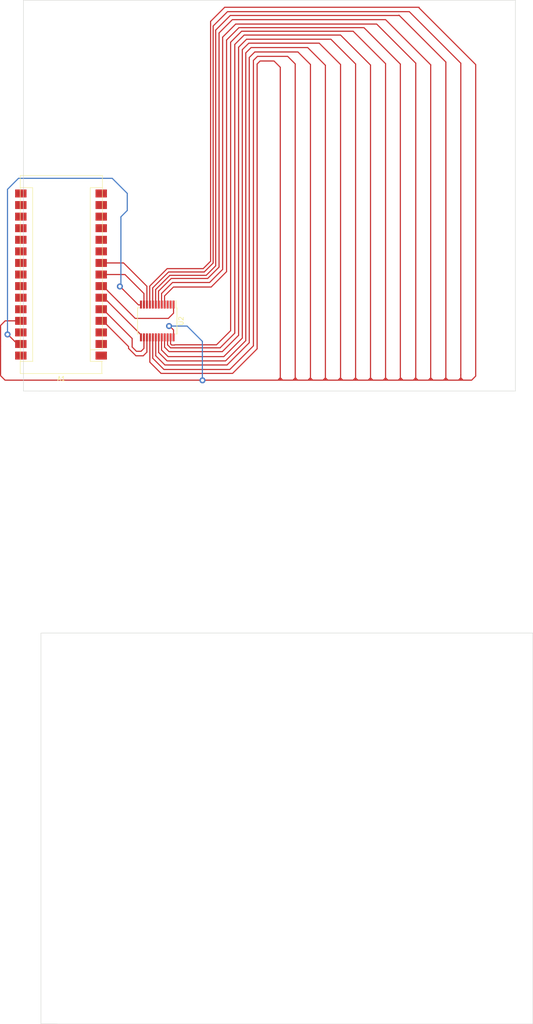
<source format=kicad_pcb>
(kicad_pcb (version 20211014) (generator pcbnew)
  (layers (0 "F.Cu" signal) (31 "B.Cu" signal) (34 "B.Paste" user) (35 "F.Paste" user) (36 "B.SilkS" user "B.Silkscreen") (37 "F.SilkS" user "F.Silkscreen") (38 "B.Mask" user) (39 "F.Mask" user) (44 "Edge.Cuts" user))
  (net 0 "")
  (net 4 "GND")
  (net 5 "Net-(A1-Pad7)")
  (net 18 "Net-(A1-Pad27)")
  (footprint "Module:Arduino_Nano" (layer "F.Cu") (at 99.265971 116.275742 180)
    (fp_text reference "A1" (at 7.62 -5.08) (layer "F.SilkS"))
    (fp_text value "Arduino_Nano_v3.x")
    (fp_line (start 1.27 1.27) (end 1.27 -1.27) (layer "F.SilkS") (width 0.12))
    (fp_line (start 16.64 -3.94) (end -1.4 -3.94) (layer "F.SilkS") (width 0.12))
    (fp_line (start 1.27 1.27) (end -1.4 1.27) (layer "F.SilkS") (width 0.12))
    (fp_line (start 16.64 39.5) (end 16.64 -3.94) (layer "F.SilkS") (width 0.12))
    (fp_line (start -1.27 -3.875) (end -1.27 -1.205) (layer "F.SilkS") (width 0.12))
    (fp_line (start -1.4 1.27) (end -1.4 39.5) (layer "F.SilkS") (width 0.12))
    (fp_line (start 13.84 -1.27) (end 16.51 -1.27) (layer "F.SilkS") (width 0.12))
    (fp_line (start -1.4 39.5) (end 16.64 39.5) (layer "F.SilkS") (width 0.12))
    (fp_line (start 13.905 36.83) (end 16.575 36.83) (layer "F.SilkS") (width 0.12))
    (fp_line (start 1.27 1.27) (end 1.27 36.83) (layer "F.SilkS") (width 0.12))
    (fp_line (start 1.27 36.83) (end -1.4 36.83) (layer "F.SilkS") (width 0.12))
    (fp_line (start 13.905 -1.27) (end 13.905 36.83) (layer "F.SilkS") (width 0.12))
    (fp_line (start 1.27 -1.27) (end -1.4 -1.27) (layer "F.SilkS") (width 0.12))
    (pad "1" smd rect (at -1.14 0 180) (size 2.5 1.75) (layers "F.Cu" "F.Paste" "F.Mask"))
    (pad "2" smd rect (at -1.14 2.54 180) (size 2.5 1.75) (layers "F.Cu" "F.Paste" "F.Mask"))
    (pad "3" smd rect (at -1.14 5.08 180) (size 2.5 1.75) (layers "F.Cu" "F.Paste" "F.Mask"))
    (pad "4" smd rect (at -1.14 7.62 180) (size 2.5 1.75) (layers "F.Cu" "F.Paste" "F.Mask") (net 4 "GND"))
    (pad "5" smd rect (at -1.14 10.16 180) (size 2.5 1.75) (layers "F.Cu" "F.Paste" "F.Mask"))
    (pad "6" smd rect (at -1.14 12.7 180) (size 2.5 1.75) (layers "F.Cu" "F.Paste" "F.Mask"))
    (pad "7" smd rect (at -1.14 15.24 180) (size 2.5 1.75) (layers "F.Cu" "F.Paste" "F.Mask") (net 5 "Net-(A1-Pad7)"))
    (pad "8" smd rect (at -1.14 17.78 180) (size 2.5 1.75) (layers "F.Cu" "F.Paste" "F.Mask"))
    (pad "9" smd rect (at -1.14 20.32 180) (size 2.5 1.75) (layers "F.Cu" "F.Paste" "F.Mask"))
    (pad "10" smd rect (at -1.14 22.86 180) (size 2.5 1.75) (layers "F.Cu" "F.Paste" "F.Mask"))
    (pad "11" smd rect (at -1.14 25.4 180) (size 2.5 1.75) (layers "F.Cu" "F.Paste" "F.Mask"))
    (pad "12" smd rect (at -1.14 27.94 180) (size 2.5 1.75) (layers "F.Cu" "F.Paste" "F.Mask"))
    (pad "13" smd rect (at -1.14 30.48 180) (size 2.5 1.75) (layers "F.Cu" "F.Paste" "F.Mask"))
    (pad "14" smd rect (at -1.14 33.02 180) (size 2.5 1.75) (layers "F.Cu" "F.Paste" "F.Mask"))
    (pad "15" smd rect (at -1.14 35.56 180) (size 2.5 1.75) (layers "F.Cu" "F.Paste" "F.Mask"))
    (pad "16" smd rect (at 16.51 35.56 180) (size 2.5 1.75) (layers "F.Cu" "F.Paste" "F.Mask"))
    (pad "17" smd rect (at 16.51 33.02 180) (size 2.5 1.75) (layers "F.Cu" "F.Paste" "F.Mask"))
    (pad "18" smd rect (at 16.51 30.48 180) (size 2.5 1.75) (layers "F.Cu" "F.Paste" "F.Mask"))
    (pad "19" smd rect (at 16.51 27.94 180) (size 2.5 1.75) (layers "F.Cu" "F.Paste" "F.Mask"))
    (pad "20" smd rect (at 16.51 25.4 180) (size 2.5 1.75) (layers "F.Cu" "F.Paste" "F.Mask"))
    (pad "21" smd rect (at 16.51 22.86 180) (size 2.5 1.75) (layers "F.Cu" "F.Paste" "F.Mask"))
    (pad "22" smd rect (at 16.51 20.32 180) (size 2.5 1.75) (layers "F.Cu" "F.Paste" "F.Mask"))
    (pad "23" smd rect (at 16.51 17.78 180) (size 2.5 1.75) (layers "F.Cu" "F.Paste" "F.Mask"))
    (pad "24" smd rect (at 16.51 15.24 180) (size 2.5 1.75) (layers "F.Cu" "F.Paste" "F.Mask"))
    (pad "25" smd rect (at 16.51 12.7 180) (size 2.5 1.75) (layers "F.Cu" "F.Paste" "F.Mask"))
    (pad "26" smd rect (at 16.51 10.16 180) (size 2.5 1.75) (layers "F.Cu" "F.Paste" "F.Mask"))
    (pad "27" smd rect (at 16.51 7.62 180) (size 2.5 1.75) (layers "F.Cu" "F.Paste" "F.Mask") (net 18 "Net-(A1-Pad27)"))
    (pad "28" smd rect (at 16.51 5.08 180) (size 2.5 1.75) (layers "F.Cu" "F.Paste" "F.Mask"))
    (pad "29" smd rect (at 16.51 2.54 180) (size 2.5 1.75) (layers "F.Cu" "F.Paste" "F.Mask") (net 4 "GND"))
    (pad "30" smd rect (at 16.51 0 180) (size 2.5 1.75) (layers "F.Cu" "F.Paste" "F.Mask"))
  )
  (footprint "Package_SO:SSOP-24_5.3x8.2mm_P0.65mm" (layer "F.Cu") (at 112.702571 108.681142 -90)
    (fp_text reference "U2" (at 0 -5.25 90) (layer "F.SilkS"))
    (fp_text value "CD74HC4067SM")
    (fp_line (start -2.875 4.325) (end 2.875 4.325) (layer "F.SilkS") (width 0.15))
    (fp_line (start 2.875 -4.325) (end 2.875 -4.025) (layer "F.SilkS") (width 0.15))
    (fp_line (start -2.875 4.325) (end -2.875 4.025) (layer "F.SilkS") (width 0.15))
    (fp_line (start 2.875 4.325) (end 2.875 4.025) (layer "F.SilkS") (width 0.15))
    (fp_line (start -2.875 -4.1) (end -4.475 -4.1) (layer "F.SilkS") (width 0.15))
    (fp_line (start -2.875 -4.325) (end 2.875 -4.325) (layer "F.SilkS") (width 0.15))
    (fp_line (start -2.875 -4.325) (end -2.875 -4.1) (layer "F.SilkS") (width 0.15))
    (pad "1" smd rect (at -3.6 -3.575 270) (size 1.75 0.45) (layers "F.Cu" "F.Paste" "F.Mask") (net 5 "Net-(A1-Pad7)"))
    (pad "2" smd rect (at -3.6 -2.925 270) (size 1.75 0.45) (layers "F.Cu" "F.Paste" "F.Mask"))
    (pad "3" smd rect (at -3.6 -2.275 270) (size 1.75 0.45) (layers "F.Cu" "F.Paste" "F.Mask"))
    (pad "4" smd rect (at -3.6 -1.625 270) (size 1.75 0.45) (layers "F.Cu" "F.Paste" "F.Mask"))
    (pad "5" smd rect (at -3.6 -0.975 270) (size 1.75 0.45) (layers "F.Cu" "F.Paste" "F.Mask"))
    (pad "6" smd rect (at -3.6 -0.325 270) (size 1.75 0.45) (layers "F.Cu" "F.Paste" "F.Mask"))
    (pad "7" smd rect (at -3.6 0.325 270) (size 1.75 0.45) (layers "F.Cu" "F.Paste" "F.Mask"))
    (pad "8" smd rect (at -3.6 0.975 270) (size 1.75 0.45) (layers "F.Cu" "F.Paste" "F.Mask"))
    (pad "9" smd rect (at -3.6 1.625 270) (size 1.75 0.45) (layers "F.Cu" "F.Paste" "F.Mask"))
    (pad "10" smd rect (at -3.6 2.275 270) (size 1.75 0.45) (layers "F.Cu" "F.Paste" "F.Mask"))
    (pad "11" smd rect (at -3.6 2.925 270) (size 1.75 0.45) (layers "F.Cu" "F.Paste" "F.Mask"))
    (pad "12" smd rect (at -3.6 3.575 270) (size 1.75 0.45) (layers "F.Cu" "F.Paste" "F.Mask") (net 4 "GND"))
    (pad "13" smd rect (at 3.6 3.575 270) (size 1.75 0.45) (layers "F.Cu" "F.Paste" "F.Mask"))
    (pad "14" smd rect (at 3.6 2.925 270) (size 1.75 0.45) (layers "F.Cu" "F.Paste" "F.Mask"))
    (pad "15" smd rect (at 3.6 2.275 270) (size 1.75 0.45) (layers "F.Cu" "F.Paste" "F.Mask") (net 4 "GND"))
    (pad "16" smd rect (at 3.6 1.625 270) (size 1.75 0.45) (layers "F.Cu" "F.Paste" "F.Mask"))
    (pad "17" smd rect (at 3.6 0.975 270) (size 1.75 0.45) (layers "F.Cu" "F.Paste" "F.Mask"))
    (pad "18" smd rect (at 3.6 0.325 270) (size 1.75 0.45) (layers "F.Cu" "F.Paste" "F.Mask"))
    (pad "19" smd rect (at 3.6 -0.325 270) (size 1.75 0.45) (layers "F.Cu" "F.Paste" "F.Mask"))
    (pad "20" smd rect (at 3.6 -0.975 270) (size 1.75 0.45) (layers "F.Cu" "F.Paste" "F.Mask"))
    (pad "21" smd rect (at 3.6 -1.625 270) (size 1.75 0.45) (layers "F.Cu" "F.Paste" "F.Mask"))
    (pad "22" smd rect (at 3.6 -2.275 270) (size 1.75 0.45) (layers "F.Cu" "F.Paste" "F.Mask"))
    (pad "23" smd rect (at 3.6 -2.925 270) (size 1.75 0.45) (layers "F.Cu" "F.Paste" "F.Mask"))
    (pad "24" smd rect (at 3.6 -3.575 270) (size 1.75 0.45) (layers "F.Cu" "F.Paste" "F.Mask") (net 18 "Net-(A1-Pad27)"))
  )
  (gr_circle (center 115.293371 109.798742) (end 115.861332 109.798742) (layer "F.Cu") (width 0.2) (fill solid))
  (gr_circle (center 104.498371 101.111942) (end 105.066332 101.111942) (layer "F.Cu") (width 0.2) (fill solid))
  (gr_circle (center 79.834971 111.643781) (end 80.402932 111.643781) (layer "F.Cu") (width 0.2) (fill solid))
  (gr_circle (center 122.6312 121.707639) (end 123.199161 121.707639) (layer "F.Cu") (width 0.2) (fill solid))
  (gr_circle (center 122.6312 121.707639) (end 123.199161 121.707639) (layer "B.Cu") (width 0.2) (fill solid))
  (gr_circle (center 79.8322 111.633) (end 80.400161 111.633) (layer "B.Cu") (width 0.2) (fill solid))
  (gr_circle (center 115.2906 109.8042) (end 115.858561 109.8042) (layer "B.Cu") (width 0.2) (fill solid))
  (gr_circle (center 104.4956 101.1174) (end 105.063561 101.1174) (layer "B.Cu") (width 0.2) (fill solid))
  (gr_line (start 90.7542 262.89) (end 195.1482 262.89) (layer "Edge.Cuts") (width 0.1))
  (gr_line (start 90.7542 262.8646) (end 87.1728 262.8646) (layer "Edge.Cuts") (width 0.1))
  (gr_line (start 191.3128 38.7096) (end 191.3128 38.3286) (layer "Edge.Cuts") (width 0.1))
  (gr_line (start 86.9188 124.0536) (end 191.3128 124.0536) (layer "Edge.Cuts") (width 0.1))
  (gr_line (start 86.9188 124.0536) (end 83.3374 124.0536) (layer "Edge.Cuts") (width 0.1))
  (gr_line (start 191.3128 124.0536) (end 191.3128 38.7096) (layer "Edge.Cuts") (width 0.1))
  (gr_line (start 195.1482 177.5206) (end 195.1482 177.1396) (layer "Edge.Cuts") (width 0.1))
  (gr_line (start 87.1728 262.8646) (end 87.1728 177.1396) (layer "Edge.Cuts") (width 0.1))
  (gr_line (start 195.1482 262.8646) (end 195.1482 177.5206) (layer "Edge.Cuts") (width 0.1))
  (gr_line (start 83.3374 124.0536) (end 83.3374 38.3286) (layer "Edge.Cuts") (width 0.1))
  (gr_line (start 195.1482 177.1396) (end 87.1728 177.1396) (layer "Edge.Cuts") (width 0.1))
  (gr_line (start 191.3128 38.3286) (end 83.3374 38.3286) (layer "Edge.Cuts") (width 0.1))
  (segment (start 100.780971 106.115742) (end 100.405971 106.115742) (width 0.25) (layer "F.Cu") (net 0))
  (segment (start 100.405971 83.255742) (end 101.551971 83.255742) (width 0.25) (layer "F.Cu") (net 0))
  (segment (start 109.130671 112.356742) (end 109.130671 111.706742) (width 0.25) (layer "F.Cu") (net 0))
  (segment (start 109.781571 113.482642) (end 109.781571 114.700942) (width 0.25) (layer "F.Cu") (net 0))
  (segment (start 107.190771 112.525542) (end 100.780971 106.115742) (width 0.25) (layer "F.Cu") (net 0))
  (segment (start 105.615971 98.495742) (end 109.780671 102.660442) (width 0.25) (layer "F.Cu") (net 0))
  (segment (start 109.781571 114.700942) (end 109.146571 115.335942) (width 0.25) (layer "F.Cu") (net 0))
  (segment (start 100.999671 103.575742) (end 100.405971 103.575742) (width 0.25) (layer "F.Cu") (net 0))
  (segment (start 110.430671 101.075242) (end 110.430671 105.156742) (width 0.25) (layer "F.Cu") (net 0))
  (segment (start 107.190771 114.396142) (end 107.190771 112.525542) (width 0.25) (layer "F.Cu") (net 0))
  (segment (start 109.780671 113.481742) (end 109.781571 113.482642) (width 0.25) (layer "F.Cu") (net 0))
  (segment (start 108.130571 115.335942) (end 107.190771 114.396142) (width 0.25) (layer "F.Cu") (net 0))
  (segment (start 109.780671 112.356742) (end 109.780671 113.481742) (width 0.25) (layer "F.Cu") (net 0))
  (segment (start 109.780671 102.660442) (end 109.780671 105.156742) (width 0.25) (layer "F.Cu") (net 0))
  (segment (start 100.405971 95.955742) (end 105.311171 95.955742) (width 0.25) (layer "F.Cu") (net 0))
  (segment (start 100.405971 98.495742) (end 105.615971 98.495742) (width 0.25) (layer "F.Cu") (net 0))
  (segment (start 109.130671 111.706742) (end 100.999671 103.575742) (width 0.25) (layer "F.Cu") (net 0))
  (segment (start 105.311171 95.955742) (end 110.430671 101.075242) (width 0.25) (layer "F.Cu") (net 0))
  (segment (start 109.146571 115.335942) (end 108.130571 115.335942) (width 0.25) (layer "F.Cu") (net 0))
  (via (at 115.293371 109.798742) (size 0.71) (drill 0.7) (layers "F.Cu" "B.Cu") (net 0))
  (via (at 79.834971 111.643781) (size 0.71) (drill 0.7) (layers "F.Cu" "B.Cu") (net 0))
  (via (at 104.498371 101.111942) (size 0.71) (drill 0.7) (layers "F.Cu" "B.Cu") (net 0))
  (via (at 122.6312 121.707639) (size 0.71) (drill 0.7) (layers "F.Cu" "B.Cu") (net 0))
  (segment (start 108.568571 105.156742) (end 104.498371 101.086542) (width 0.25) (layer "F.Cu") (net 4))
  (segment (start 109.629171 116.326542) (end 108.028971 116.326542) (width 0.25) (layer "F.Cu") (net 4))
  (segment (start 109.130671 105.156742) (end 108.568571 105.156742) (width 0.25) (layer "F.Cu") (net 4))
  (segment (start 100.764571 108.655742) (end 100.405971 108.655742) (width 0.25) (layer "F.Cu") (net 4))
  (segment (start 106.403371 114.294542) (end 100.764571 108.655742) (width 0.25) (layer "F.Cu") (net 4))
  (segment (start 108.028971 116.326542) (end 106.403371 114.700942) (width 0.25) (layer "F.Cu") (net 4))
  (segment (start 106.403371 114.700942) (end 106.403371 114.294542) (width 0.25) (layer "F.Cu") (net 4))
  (segment (start 110.430671 112.356742) (end 110.430671 115.525042) (width 0.25) (layer "F.Cu") (net 4))
  (segment (start 81.993971 113.735742) (end 79.834971 111.576742) (width 0.25) (layer "F.Cu") (net 4))
  (segment (start 82.755971 113.735742) (end 81.993971 113.735742) (width 0.25) (layer "F.Cu") (net 4))
  (segment (start 110.430671 115.525042) (end 109.629171 116.326542) (width 0.25) (layer "F.Cu") (net 4))
  (segment (start 102.8192 77.3938) (end 82.2452 77.3938) (width 0.25) (layer "B.Cu") (net 4))
  (segment (start 104.7242 100.847464) (end 104.7242 85.842839) (width 0.25) (layer "B.Cu") (net 4))
  (segment (start 82.2452 77.3938) (end 79.8322 79.8068) (width 0.25) (layer "B.Cu") (net 4))
  (segment (start 106.1212 84.445839) (end 106.1212 80.6958) (width 0.25) (layer "B.Cu") (net 4))
  (segment (start 79.8322 79.8068) (end 79.8322 111.5568) (width 0.25) (layer "B.Cu") (net 4))
  (segment (start 106.1212 80.6958) (end 102.8192 77.3938) (width 0.25) (layer "B.Cu") (net 4))
  (segment (start 104.7242 85.842839) (end 106.1212 84.445839) (width 0.25) (layer "B.Cu") (net 4))
  (segment (start 101.206971 101.836742) (end 100.405971 101.035742) (width 0.25) (layer "F.Cu") (net 5))
  (segment (start 115.129671 108.121742) (end 107.866971 108.121742) (width 0.25) (layer "F.Cu") (net 5))
  (segment (start 100.780971 101.035742) (end 100.405971 101.035742) (width 0.25) (layer "F.Cu") (net 5))
  (segment (start 107.866971 108.121742) (end 100.780971 101.035742) (width 0.25) (layer "F.Cu") (net 5))
  (segment (start 116.280671 105.156742) (end 116.280671 106.970742) (width 0.25) (layer "F.Cu") (net 5))
  (segment (start 116.280671 106.970742) (end 115.129671 108.121742) (width 0.25) (layer "F.Cu") (net 5))
  (segment (start 143.579 49.676942) (end 134.114771 49.676942) (width 0.25) (layer "F.Cu") (net 18))
  (segment (start 111.052171 101.035142) (end 111.052171 105.081142) (width 0.25) (layer "F.Cu") (net 18))
  (segment (start 139.956771 121.508142) (end 139.448771 121.508142) (width 0.25) (layer "F.Cu") (net 18))
  (segment (start 114.963171 113.913542) (end 114.963171 112.364142) (width 0.25) (layer "F.Cu") (net 18))
  (segment (start 152.908 121.152542) (end 153.289 121.533542) (width 0.25) (layer "F.Cu") (net 18))
  (segment (start 79.2916 121.666) (end 78.310971 120.685371) (width 0.25) (layer "F.Cu") (net 18))
  (segment (start 172.847 121.406542) (end 172.593 121.660542) (width 0.25) (layer "F.Cu") (net 18))
  (segment (start 142.983659 52.29743) (end 141.328371 50.642142) (width 0.25) (layer "F.Cu") (net 18))
  (segment (start 133.809971 114.142142) (end 128.628371 119.323742) (width 0.25) (layer "F.Cu") (net 18))
  (segment (start 129.237971 120.187342) (end 113.540771 120.187342) (width 0.25) (layer "F.Cu") (net 18))
  (segment (start 78.310971 120.685371) (end 78.310971 114.218342) (width 0.25) (layer "F.Cu") (net 18))
  (segment (start 170.174175 39.872542) (end 127.510771 39.872542) (width 0.25) (layer "F.Cu") (net 18))
  (segment (start 112.981971 102.127942) (end 112.981971 105.099742) (width 0.25) (layer "F.Cu") (net 18))
  (segment (start 146.332171 52.430113) (end 143.579 49.676942) (width 0.25) (layer "F.Cu") (net 18))
  (segment (start 122.786371 97.200342) (end 114.886971 97.200342) (width 0.25) (layer "F.Cu") (net 18))
  (segment (start 145.925771 121.533542) (end 146.306771 121.152542) (width 0.25) (layer "F.Cu") (net 18))
  (segment (start 125.707371 113.913542) (end 116.563371 113.913542) (width 0.25) (layer "F.Cu") (net 18))
  (segment (start 156.218229 121.666) (end 156.238171 121.646058) (width 0.25) (layer "F.Cu") (net 18))
  (segment (start 123.776971 99.359342) (end 115.775971 99.359342) (width 0.25) (layer "F.Cu") (net 18))
  (segment (start 158.066971 44.342942) (end 130.634971 44.342942) (width 0.25) (layer "F.Cu") (net 18))
  (segment (start 172.339 121.533542) (end 172.72 121.152542) (width 0.25) (layer "F.Cu") (net 18))
  (segment (start 153.162 121.533542) (end 152.654 121.533542) (width 0.25) (layer "F.Cu") (net 18))
  (segment (start 149.862771 121.533542) (end 149.354771 121.533542) (width 0.25) (layer "F.Cu") (net 18))
  (segment (start 129.720571 111.348142) (end 126.494771 114.573942) (width 0.25) (layer "F.Cu") (net 18))
  (segment (start 115.775971 99.359342) (end 113.159771 101.975542) (width 0.25) (layer "F.Cu") (net 18))
  (segment (start 162.816771 42.590342) (end 129.187171 42.590342) (width 0.25) (layer "F.Cu") (net 18))
  (segment (start 132.133571 49.880142) (end 132.133571 112.999142) (width 0.25) (layer "F.Cu") (net 18))
  (segment (start 169.442561 121.199732) (end 169.442561 52.137132) (width 0.25) (layer "F.Cu") (net 18))
  (segment (start 116.258571 101.238942) (end 114.302171 103.195342) (width 0.25) (layer "F.Cu") (net 18))
  (segment (start 127.917171 47.060742) (end 127.917171 97.860742) (width 0.25) (layer "F.Cu") (net 18))
  (segment (start 146.306771 121.152542) (end 146.687771 121.533542) (width 0.25) (layer "F.Cu") (net 18))
  (segment (start 166.245771 121.406542) (end 165.991771 121.660542) (width 0.25) (layer "F.Cu") (net 18))
  (segment (start 113.134371 101.975542) (end 112.981971 102.127942) (width 0.25) (layer "F.Cu") (net 18))
  (segment (start 113.007371 115.589942) (end 113.007371 112.364142) (width 0.25) (layer "F.Cu") (net 18))
  (segment (start 168.023771 40.837742) (end 128.120371 40.837742) (width 0.25) (layer "F.Cu") (net 18))
  (segment (start 149.608771 121.152542) (end 149.989771 121.533542) (width 0.25) (layer "F.Cu") (net 18))
  (segment (start 112.352171 101.792542) (end 112.352171 105.081142) (width 0.25) (layer "F.Cu") (net 18))
  (segment (start 139.321771 121.508142) (end 139.702771 121.127142) (width 0.25) (layer "F.Cu") (net 18))
  (segment (start 145.7198 48.711742) (end 133.301971 48.711742) (width 0.25) (layer "F.Cu") (net 18))
  (segment (start 124.970771 43.987342) (end 124.970771 95.981142) (width 0.25) (layer "F.Cu") (net 18))
  (segment (start 162.943771 121.406542) (end 162.689771 121.660542) (width 0.25) (layer "F.Cu") (net 18))
  (segment (start 128.729971 41.675942) (end 125.529571 44.876342) (width 0.25) (layer "F.Cu") (net 18))
  (segment (start 143.004771 121.406542) (end 142.750771 121.660542) (width 0.25) (layer "F.Cu") (net 18))
  (segment (start 166.118771 121.152542) (end 166.499771 121.533542) (width 0.25) (layer "F.Cu") (net 18))
  (segment (start 179.199771 121.533542) (end 179.326771 121.406542) (width 0.25) (layer "F.Cu") (net 18))
  (segment (start 129.923771 43.555542) (end 127.053571 46.425742) (width 0.25) (layer "F.Cu") (net 18))
  (segment (start 113.540771 120.187342) (end 111.076971 117.723542) (width 0.25) (layer "F.Cu") (net 18))
  (segment (start 123.014971 97.936942) (end 115.191771 97.936942) (width 0.25) (layer "F.Cu") (net 18))
  (segment (start 82.755971 108.655742) (end 83.130971 108.655742) (width 0.25) (layer "F.Cu") (net 18))
  (segment (start 114.886971 97.200342) (end 111.052171 101.035142) (width 0.25) (layer "F.Cu") (net 18))
  (segment (start 176.050171 121.216) (end 176.024771 121.216) (width 0.25) (layer "F.Cu") (net 18))
  (segment (start 128.806171 110.814742) (end 125.707371 113.913542) (width 0.25) (layer "F.Cu") (net 18))
  (segment (start 128.120371 40.837742) (end 124.970771 43.987342) (width 0.25) (layer "F.Cu") (net 18))
  (segment (start 115.623571 114.573942) (end 114.963171 113.913542) (width 0.25) (layer "F.Cu") (net 18))
  (segment (start 135.283171 51.658142) (end 134.622771 52.318542) (width 0.25) (layer "F.Cu") (net 18))
  (segment (start 139.702771 121.381142) (end 139.448771 121.635142) (width 0.25) (layer "F.Cu") (net 18))
  (segment (start 179.331059 120.52183) (end 179.331059 52.14503) (width 0.25) (layer "F.Cu") (net 18))
  (segment (start 152.936171 45.968542) (end 131.777971 45.968542) (width 0.25) (layer "F.Cu") (net 18))
  (segment (start 159.133771 121.533542) (end 159.514771 121.152542) (width 0.25) (layer "F.Cu") (net 18))
  (segment (start 146.179771 121.533542) (end 146.306771 121.406542) (width 0.25) (layer "F.Cu") (net 18))
  (segment (start 172.72 121.152542) (end 173.101 121.533542) (width 0.25) (layer "F.Cu") (net 18))
  (segment (start 114.175771 119.323742) (end 111.711971 116.859942) (width 0.25) (layer "F.Cu") (net 18))
  (segment (start 179.326771 121.152542) (end 179.707771 121.533542) (width 0.25) (layer "F.Cu") (net 18))
  (segment (start 166.06233 52.338301) (end 158.066971 44.342942) (width 0.25) (layer "F.Cu") (net 18))
  (segment (start 126.266171 45.511342) (end 126.266171 96.870142) (width 0.25) (layer "F.Cu") (net 18))
  (segment (start 148.2526 47.746542) (end 132.793971 47.746542) (width 0.25) (layer "F.Cu") (net 18))
  (segment (start 162.816771 121.152542) (end 163.197771 121.533542) (width 0.25) (layer "F.Cu") (net 18))
  (segment (start 176.024771 121.152542) (end 176.405771 121.533542) (width 0.25) (layer "F.Cu") (net 18))
  (segment (start 172.593 121.533542) (end 172.72 121.406542) (width 0.25) (layer "F.Cu") (net 18))
  (segment (start 155.704771 45.130342) (end 131.219171 45.130342) (width 0.25) (layer "F.Cu") (net 18))
  (segment (start 170.072575 39.914746) (end 182.603371 52.445542) (width 0.25) (layer "F.Cu") (net 18))
  (segment (start 114.861571 117.444142) (end 113.007371 115.589942) (width 0.25) (layer "F.Cu") (net 18))
  (segment (start 139.575771 121.508142) (end 139.702771 121.381142) (width 0.25) (layer "F.Cu") (net 18))
  (segment (start 79.2916 121.666) (end 156.218229 121.666) (width 0.25) (layer "F.Cu") (net 18))
  (segment (start 139.702771 121.127142) (end 140.083771 121.508142) (width 0.25) (layer "F.Cu") (net 18))
  (segment (start 169.420771 121.216) (end 169.426293 121.216) (width 0.25) (layer "F.Cu") (net 18))
  (segment (start 149.608771 121.482742) (end 149.608771 52.600713) (width 0.25) (layer "F.Cu") (net 18))
  (segment (start 166.116042 121.216042) (end 166.055271 121.216042) (width 0.25) (layer "F.Cu") (net 18))
  (segment (start 159.768771 121.533542) (end 159.260771 121.533542) (width 0.25) (layer "F.Cu") (net 18))
  (segment (start 133.301971 48.711742) (end 132.133571 49.880142) (width 0.25) (layer "F.Cu") (net 18))
  (segment (start 159.514771 121.152542) (end 159.895771 121.533542) (width 0.25) (layer "F.Cu") (net 18))
  (segment (start 176.024771 121.406542) (end 175.770771 121.660542) (width 0.25) (layer "F.Cu") (net 18))
  (segment (start 165.737771 121.533542) (end 166.118771 121.152542) (width 0.25) (layer "F.Cu") (net 18))
  (segment (start 130.634971 44.342942) (end 127.917171 47.060742) (width 0.25) (layer "F.Cu") (net 18))
  (segment (start 132.793971 47.746542) (end 131.371571 49.168942) (width 0.25) (layer "F.Cu") (net 18))
  (segment (start 176.405771 121.533542) (end 175.897771 121.533542) (width 0.25) (layer "F.Cu") (net 18))
  (segment (start 124.411971 42.971342) (end 124.411971 95.574742) (width 0.25) (layer "F.Cu") (net 18))
  (segment (start 127.917171 97.860742) (end 124.538971 101.238942) (width 0.25) (layer "F.Cu") (net 18))
  (segment (start 165.661571 41.675942) (end 128.729971 41.675942) (width 0.25) (layer "F.Cu") (net 18))
  (segment (start 156.593771 121.533542) (end 156.085771 121.533542) (width 0.25) (layer "F.Cu") (net 18))
  (segment (start 127.053571 46.425742) (end 127.053571 97.378142) (width 0.25) (layer "F.Cu") (net 18))
  (segment (start 113.159771 101.975542) (end 113.134371 101.975542) (width 0.25) (layer "F.Cu") (net 18))
  (segment (start 143.004771 121.152542) (end 143.385771 121.533542) (width 0.25) (layer "F.Cu") (net 18))
  (segment (start 156.085771 121.533542) (end 156.212771 121.406542) (width 0.25) (layer "F.Cu") (net 18))
  (segment (start 124.411971 95.574742) (end 122.786371 97.200342) (width 0.25) (layer "F.Cu") (net 18))
  (segment (start 152.781 121.533542) (end 152.908 121.406542) (width 0.25) (layer "F.Cu") (net 18))
  (segment (start 127.510771 39.872542) (end 124.411971 42.971342) (width 0.25) (layer "F.Cu") (net 18))
  (segment (start 126.494771 114.573942) (end 115.623571 114.573942) (width 0.25) (layer "F.Cu") (net 18))
  (segment (start 169.293771 121.533542) (end 169.420771 121.406542) (width 0.25) (layer "F.Cu") (net 18))
  (segment (start 169.442561 52.137132) (end 160.860971 43.555542) (width 0.25) (layer "F.Cu") (net 18))
  (segment (start 129.720571 48.025942) (end 129.720571 111.348142) (width 0.25) (layer "F.Cu") (net 18))
  (segment (start 128.806171 47.543342) (end 128.806171 110.814742) (width 0.25) (layer "F.Cu") (net 18))
  (segment (start 146.306771 121.406542) (end 146.052771 121.660542) (width 0.25) (layer "F.Cu") (net 18))
  (segment (start 142.983659 121.05523) (end 142.983659 52.29743) (width 0.25) (layer "F.Cu") (net 18))
  (segment (start 146.306771 121.203342) (end 146.332171 121.177942) (width 0.25) (layer "F.Cu") (net 18))
  (segment (start 112.372371 116.326542) (end 112.372371 112.364142) (width 0.25) (layer "F.Cu") (net 18))
  (segment (start 125.529571 44.876342) (end 125.529571 96.590742) (width 0.25) (layer "F.Cu") (net 18))
  (segment (start 123.446771 98.673542) (end 115.471171 98.673542) (width 0.25) (layer "F.Cu") (net 18))
  (segment (start 182.603371 52.445542) (end 182.603371 120.720742) (width 0.25) (layer "F.Cu") (net 18))
  (segment (start 181.7116 121.666) (end 182.6006 120.777) (width 0.25) (layer "F.Cu") (net 18))
  (segment (start 131.371571 49.168942) (end 131.371571 112.440342) (width 0.25) (layer "F.Cu") (net 18))
  (segment (start 113.642371 115.056542) (end 113.642371 112.364142) (width 0.25) (layer "F.Cu") (net 18))
  (segment (start 165.758883 41.595454) (end 176.050171 51.886742) (width 0.25) (layer "F.Cu") (net 18))
  (segment (start 169.420813 121.147042) (end 169.357271 121.147042) (width 0.25) (layer "F.Cu") (net 18))
  (segment (start 156.218229 121.666) (end 181.7116 121.666) (width 0.25) (layer "F.Cu") (net 18))
  (segment (start 146.560771 121.533542) (end 146.052771 121.533542) (width 0.25) (layer "F.Cu") (net 18))
  (segment (start 149.227771 121.533542) (end 149.608771 121.152542) (width 0.25) (layer "F.Cu") (net 18))
  (segment (start 115.293371 115.412142) (end 114.302771 114.421542) (width 0.25) (layer "F.Cu") (net 18))
  (segment (start 156.238171 121.646058) (end 156.238171 52.307175) (width 0.25) (layer "F.Cu") (net 18))
  (segment (start 152.908 121.406542) (end 152.654 121.660542) (width 0.25) (layer "F.Cu") (net 18))
  (segment (start 159.387771 121.533542) (end 159.514771 121.406542) (width 0.25) (layer "F.Cu") (net 18))
  (segment (start 134.114771 49.676942) (end 132.895571 50.896142) (width 0.25) (layer "F.Cu") (net 18))
  (segment (start 159.514771 52.547142) (end 152.936171 45.968542) (width 0.25) (layer "F.Cu") (net 18))
  (segment (start 115.191771 97.936942) (end 111.702171 101.426542) (width 0.25) (layer "F.Cu") (net 18))
  (segment (start 134.622771 114.802542) (end 129.237971 120.187342) (width 0.25) (layer "F.Cu") (net 18))
  (segment (start 156.212771 121.152542) (end 156.593771 121.533542) (width 0.25) (layer "F.Cu") (net 18))
  (segment (start 176.050171 51.886742) (end 176.050171 121.216) (width 0.25) (layer "F.Cu") (net 18))
  (segment (start 116.512571 113.964342) (end 115.877571 113.964342) (width 0.25) (layer "F.Cu") (net 18))
  (segment (start 179.580771 121.533542) (end 179.072771 121.533542) (width 0.25) (layer "F.Cu") (net 18))
  (segment (start 175.897771 121.533542) (end 176.024771 121.406542) (width 0.25) (layer "F.Cu") (net 18))
  (segment (start 142.877771 121.533542) (end 143.004771 121.406542) (width 0.25) (layer "F.Cu") (net 18))
  (segment (start 134.622771 52.318542) (end 134.622771 114.802542) (width 0.25) (layer "F.Cu") (net 18))
  (segment (start 115.471171 98.673542) (end 112.352171 101.792542) (width 0.25) (layer "F.Cu") (net 18))
  (segment (start 130.558771 111.830742) (end 126.977371 115.412142) (width 0.25) (layer "F.Cu") (net 18))
  (segment (start 115.623571 113.710342) (end 115.623571 112.338742) (width 0.25) (layer "F.Cu") (net 18))
  (segment (start 150.813938 46.882942) (end 132.311371 46.882942) (width 0.25) (layer "F.Cu") (net 18))
  (segment (start 79.326971 108.655742) (end 78.310971 109.671742) (width 0.25) (layer "F.Cu") (net 18))
  (segment (start 113.652171 102.651542) (end 113.652171 105.081142) (width 0.25) (layer "F.Cu") (net 18))
  (segment (start 159.641771 121.406542) (end 159.387771 121.660542) (width 0.25) (layer "F.Cu") (net 18))
  (segment (start 179.326771 120.526118) (end 179.331059 120.52183) (width 0.25) (layer "F.Cu") (net 18))
  (segment (start 78.310971 109.671742) (end 78.310971 114.218342) (width 0.25) (layer "F.Cu") (net 18))
  (segment (start 116.280671 112.356742) (end 116.280671 110.669742) (width 0.25) (layer "F.Cu") (net 18))
  (segment (start 142.623771 121.533542) (end 143.004771 121.152542) (width 0.25) (layer "F.Cu") (net 18))
  (segment (start 152.527 121.533542) (end 152.908 121.152542) (width 0.25) (layer "F.Cu") (net 18))
  (segment (start 124.970771 95.981142) (end 123.014971 97.936942) (width 0.25) (layer "F.Cu") (net 18))
  (segment (start 141.328371 50.642142) (end 134.698971 50.642142) (width 0.25) (layer "F.Cu") (net 18))
  (segment (start 124.538971 101.238942) (end 116.258571 101.238942) (width 0.25) (layer "F.Cu") (net 18))
  (segment (start 169.674771 121.533542) (end 169.166771 121.533542) (width 0.25) (layer "F.Cu") (net 18))
  (segment (start 152.936171 121.482742) (end 152.936171 52.430113) (width 0.25) (layer "F.Cu") (net 18))
  (segment (start 149.608771 52.600713) (end 145.7198 48.711742) (width 0.25) (layer "F.Cu") (net 18))
  (segment (start 178.945771 121.533542) (end 179.326771 121.152542) (width 0.25) (layer "F.Cu") (net 18))
  (segment (start 134.698971 50.642142) (end 133.809971 51.531142) (width 0.25) (layer "F.Cu") (net 18))
  (segment (start 131.219171 45.130342) (end 128.806171 47.543342) (width 0.25) (layer "F.Cu") (net 18))
  (segment (start 129.187171 42.590342) (end 126.266171 45.511342) (width 0.25) (layer "F.Cu") (net 18))
  (segment (start 82.755971 108.655742) (end 79.326971 108.655742) (width 0.25) (layer "F.Cu") (net 18))
  (segment (start 116.055371 100.248342) (end 113.652171 102.651542) (width 0.25) (layer "F.Cu") (net 18))
  (segment (start 149.481771 121.533542) (end 149.608771 121.406542) (width 0.25) (layer "F.Cu") (net 18))
  (segment (start 169.420771 121.152542) (end 169.801771 121.533542) (width 0.25) (layer "F.Cu") (net 18))
  (segment (start 114.302771 114.421542) (end 114.302771 112.364142) (width 0.25) (layer "F.Cu") (net 18))
  (segment (start 116.563371 113.913542) (end 116.512571 113.964342) (width 0.25) (layer "F.Cu") (net 18))
  (segment (start 165.991771 121.533542) (end 166.118771 121.406542) (width 0.25) (layer "F.Cu") (net 18))
  (segment (start 149.608771 121.406542) (end 149.354771 121.660542) (width 0.25) (layer "F.Cu") (net 18))
  (segment (start 143.258771 121.533542) (end 142.750771 121.533542) (width 0.25) (layer "F.Cu") (net 18))
  (segment (start 156.339771 121.406542) (end 156.085771 121.660542) (width 0.25) (layer "F.Cu") (net 18))
  (segment (start 166.06233 121.121501) (end 166.06233 52.338301) (width 0.25) (layer "F.Cu") (net 18))
  (segment (start 138.331171 51.658142) (end 135.283171 51.658142) (width 0.25) (layer "F.Cu") (net 18))
  (segment (start 132.895571 113.456342) (end 128.018771 118.333142) (width 0.25) (layer "F.Cu") (net 18))
  (segment (start 130.558771 48.635542) (end 130.558771 111.830742) (width 0.25) (layer "F.Cu") (net 18))
  (segment (start 169.426293 121.216) (end 169.442561 121.199732) (width 0.25) (layer "F.Cu") (net 18))
  (segment (start 179.331059 52.14503) (end 168.023771 40.837742) (width 0.25) (layer "F.Cu") (net 18))
  (segment (start 127.688571 117.444142) (end 114.861571 117.444142) (width 0.25) (layer "F.Cu") (net 18))
  (segment (start 169.547771 121.406542) (end 169.293771 121.660542) (width 0.25) (layer "F.Cu") (net 18))
  (segment (start 175.643771 121.533542) (end 176.024771 121.152542) (width 0.25) (layer "F.Cu") (net 18))
  (segment (start 128.018771 118.333142) (end 114.378971 118.333142) (width 0.25) (layer "F.Cu") (net 18))
  (segment (start 124.183371 100.248342) (end 116.055371 100.248342) (width 0.25) (layer "F.Cu") (net 18))
  (segment (start 163.070771 121.533542) (end 162.562771 121.533542) (width 0.25) (layer "F.Cu") (net 18))
  (segment (start 111.076971 117.723542) (end 111.076971 112.364142) (width 0.25) (layer "F.Cu") (net 18))
  (segment (start 172.722771 52.53586) (end 172.74253 52.516101) (width 0.25) (layer "F.Cu") (net 18))
  (segment (start 127.307571 116.504342) (end 115.090171 116.504342) (width 0.25) (layer "F.Cu") (net 18))
  (segment (start 115.090171 116.504342) (end 113.642371 115.056542) (width 0.25) (layer "F.Cu") (net 18))
  (segment (start 115.877571 113.964342) (end 115.623571 113.710342) (width 0.25) (layer "F.Cu") (net 18))
  (segment (start 128.628371 119.323742) (end 114.175771 119.323742) (width 0.25) (layer "F.Cu") (net 18))
  (segment (start 162.816771 121.127142) (end 162.816771 52.242342) (width 0.25) (layer "F.Cu") (net 18))
  (segment (start 139.702771 121.177942) (end 139.707059 121.173654) (width 0.25) (layer "F.Cu") (net 18))
  (segment (start 132.133571 112.999142) (end 127.688571 117.444142) (width 0.25) (layer "F.Cu") (net 18))
  (segment (start 126.266171 96.870142) (end 123.776971 99.359342) (width 0.25) (layer "F.Cu") (net 18))
  (segment (start 111.711971 116.859942) (end 111.711971 112.364142) (width 0.25) (layer "F.Cu") (net 18))
  (segment (start 156.238171 52.307175) (end 150.813938 46.882942) (width 0.25) (layer "F.Cu") (net 18))
  (segment (start 162.435771 121.533542) (end 162.816771 121.152542) (width 0.25) (layer "F.Cu") (net 18))
  (segment (start 166.093371 121.152542) (end 166.06233 121.121501) (width 0.25) (layer "F.Cu") (net 18))
  (segment (start 126.977371 115.412142) (end 115.293371 115.412142) (width 0.25) (layer "F.Cu") (net 18))
  (segment (start 172.722771 121.216) (end 172.722771 52.53586) (width 0.25) (layer "F.Cu") (net 18))
  (segment (start 179.326771 121.406542) (end 179.072771 121.660542) (width 0.25) (layer "F.Cu") (net 18))
  (segment (start 162.689771 121.533542) (end 162.816771 121.406542) (width 0.25) (layer "F.Cu") (net 18))
  (segment (start 116.280671 110.669742) (end 115.383671 109.772742) (width 0.25) (layer "F.Cu") (net 18))
  (segment (start 169.039771 121.533542) (end 169.420771 121.152542) (width 0.25) (layer "F.Cu") (net 18))
  (segment (start 133.809971 51.531142) (end 133.809971 114.142142) (width 0.25) (layer "F.Cu") (net 18))
  (segment (start 114.378971 118.333142) (end 112.372371 116.326542) (width 0.25) (layer "F.Cu") (net 18))
  (segment (start 132.311371 46.882942) (end 130.558771 48.635542) (width 0.25) (layer "F.Cu") (net 18))
  (segment (start 155.831771 121.533542) (end 156.212771 121.152542) (width 0.25) (layer "F.Cu") (net 18))
  (segment (start 166.372771 121.533542) (end 165.864771 121.533542) (width 0.25) (layer "F.Cu") (net 18))
  (segment (start 139.707059 121.173654) (end 139.707059 53.03403) (width 0.25) (layer "F.Cu") (net 18))
  (segment (start 131.777971 45.968542) (end 129.720571 48.025942) (width 0.25) (layer "F.Cu") (net 18))
  (segment (start 111.702171 101.426542) (end 111.702171 105.081142) (width 0.25) (layer "F.Cu") (net 18))
  (segment (start 172.974 121.533542) (end 172.466 121.533542) (width 0.25) (layer "F.Cu") (net 18))
  (segment (start 160.860971 43.555542) (end 129.923771 43.555542) (width 0.25) (layer "F.Cu") (net 18))
  (segment (start 114.302171 103.195342) (end 114.302171 105.081142) (width 0.25) (layer "F.Cu") (net 18))
  (segment (start 131.371571 112.440342) (end 127.307571 116.504342) (width 0.25) (layer "F.Cu") (net 18))
  (segment (start 152.936171 52.430113) (end 148.2526 47.746542) (width 0.25) (layer "F.Cu") (net 18))
  (segment (start 159.514771 121.216) (end 159.514771 52.547142) (width 0.25) (layer "F.Cu") (net 18))
  (segment (start 179.326771 121.216) (end 179.326771 120.526118) (width 0.25) (layer "F.Cu") (net 18))
  (segment (start 132.895571 50.896142) (end 132.895571 113.456342) (width 0.25) (layer "F.Cu") (net 18))
  (segment (start 172.74253 52.516101) (end 162.816771 42.590342) (width 0.25) (layer "F.Cu") (net 18))
  (segment (start 125.529571 96.590742) (end 123.446771 98.673542) (width 0.25) (layer "F.Cu") (net 18))
  (segment (start 162.816771 52.242342) (end 155.704771 45.130342) (width 0.25) (layer "F.Cu") (net 18))
  (segment (start 139.707059 53.03403) (end 138.331171 51.658142) (width 0.25) (layer "F.Cu") (net 18))
  (segment (start 143.106371 121.177942) (end 142.983659 121.05523) (width 0.25) (layer "F.Cu") (net 18))
  (segment (start 146.332171 121.177942) (end 146.332171 52.430113) (width 0.25) (layer "F.Cu") (net 18))
  (segment (start 127.053571 97.378142) (end 124.183371 100.248342) (width 0.25) (layer "F.Cu") (net 18))
  (segment (start 115.293371 109.798742) (end 119.247542 109.798742) (width 0.25) (layer "B.Cu") (net 18))
  (segment (start 122.6058 113.157) (end 122.6058 121.7168) (width 0.25) (layer "B.Cu") (net 18))
  (segment (start 119.247542 109.798742) (end 122.6058 113.157) (width 0.25) (layer "B.Cu") (net 18))
)
</source>
